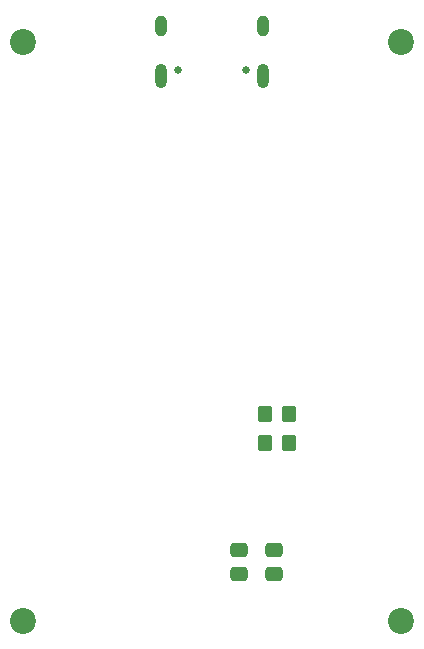
<source format=gbs>
G04 #@! TF.GenerationSoftware,KiCad,Pcbnew,9.0.2*
G04 #@! TF.CreationDate,2025-05-18T19:28:29-05:00*
G04 #@! TF.ProjectId,mainboard,6d61696e-626f-4617-9264-2e6b69636164,rev?*
G04 #@! TF.SameCoordinates,Original*
G04 #@! TF.FileFunction,Soldermask,Bot*
G04 #@! TF.FilePolarity,Negative*
%FSLAX46Y46*%
G04 Gerber Fmt 4.6, Leading zero omitted, Abs format (unit mm)*
G04 Created by KiCad (PCBNEW 9.0.2) date 2025-05-18 19:28:29*
%MOMM*%
%LPD*%
G01*
G04 APERTURE LIST*
G04 Aperture macros list*
%AMRoundRect*
0 Rectangle with rounded corners*
0 $1 Rounding radius*
0 $2 $3 $4 $5 $6 $7 $8 $9 X,Y pos of 4 corners*
0 Add a 4 corners polygon primitive as box body*
4,1,4,$2,$3,$4,$5,$6,$7,$8,$9,$2,$3,0*
0 Add four circle primitives for the rounded corners*
1,1,$1+$1,$2,$3*
1,1,$1+$1,$4,$5*
1,1,$1+$1,$6,$7*
1,1,$1+$1,$8,$9*
0 Add four rect primitives between the rounded corners*
20,1,$1+$1,$2,$3,$4,$5,0*
20,1,$1+$1,$4,$5,$6,$7,0*
20,1,$1+$1,$6,$7,$8,$9,0*
20,1,$1+$1,$8,$9,$2,$3,0*%
G04 Aperture macros list end*
%ADD10C,2.200000*%
%ADD11C,0.650000*%
%ADD12O,1.000000X2.100000*%
%ADD13O,1.000000X1.800000*%
%ADD14RoundRect,0.250000X0.350000X0.450000X-0.350000X0.450000X-0.350000X-0.450000X0.350000X-0.450000X0*%
%ADD15RoundRect,0.250000X0.475000X-0.337500X0.475000X0.337500X-0.475000X0.337500X-0.475000X-0.337500X0*%
%ADD16RoundRect,0.250000X-0.350000X-0.450000X0.350000X-0.450000X0.350000X0.450000X-0.350000X0.450000X0*%
G04 APERTURE END LIST*
D10*
X140250000Y-117250000D03*
D11*
X127140000Y-70605000D03*
X121360000Y-70605000D03*
D12*
X128570000Y-71105000D03*
D13*
X128570000Y-66925000D03*
D12*
X119930000Y-71105000D03*
D13*
X119930000Y-66925000D03*
D10*
X108250000Y-68250000D03*
X108250000Y-117250000D03*
X140250000Y-68250000D03*
D14*
X130750000Y-102250000D03*
X128750000Y-102250000D03*
D15*
X129500000Y-113325000D03*
X129500000Y-111250000D03*
X126500000Y-113325000D03*
X126500000Y-111250000D03*
D16*
X128750000Y-99750000D03*
X130750000Y-99750000D03*
M02*

</source>
